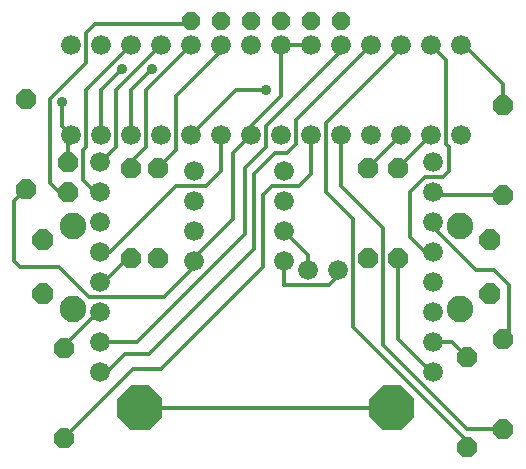
<source format=gbr>
G04 EAGLE Gerber RS-274X export*
G75*
%MOMM*%
%FSLAX34Y34*%
%LPD*%
%INBottom Copper*%
%IPPOS*%
%AMOC8*
5,1,8,0,0,1.08239X$1,22.5*%
G01*
%ADD10P,4.123906X8X202.500000*%
%ADD11C,1.676400*%
%ADD12P,1.924489X8X112.500000*%
%ADD13C,2.247900*%
%ADD14P,1.924489X8X292.500000*%
%ADD15P,1.814519X8X112.500000*%
%ADD16P,1.814519X8X292.500000*%
%ADD17P,1.649562X8X292.500000*%
%ADD18C,0.304800*%
%ADD19C,0.406400*%
%ADD20C,0.906400*%


D10*
X106680Y-119380D03*
X-106680Y-119380D03*
D11*
X-141000Y-88900D03*
X-141000Y-63500D03*
X-141000Y-38100D03*
X-141000Y-12700D03*
X-141000Y12700D03*
X-141000Y38100D03*
X-141000Y63500D03*
X-141000Y88900D03*
X141000Y88900D03*
X141000Y63500D03*
X141000Y38100D03*
X141000Y12700D03*
X141000Y-12700D03*
X141000Y-38100D03*
X141000Y-63500D03*
X141000Y-88900D03*
X35560Y-2540D03*
X60960Y-2540D03*
X-165100Y111760D03*
X-139700Y111760D03*
X-114300Y111760D03*
X-88900Y111760D03*
X-63500Y111760D03*
X-38100Y111760D03*
X-12700Y111760D03*
X12700Y111760D03*
X38100Y111760D03*
X63500Y111760D03*
X88900Y111760D03*
X114300Y111760D03*
X139700Y111760D03*
X165100Y111760D03*
X165100Y187960D03*
X139700Y187960D03*
X114300Y187960D03*
X88900Y187960D03*
X63500Y187960D03*
X38100Y187960D03*
X12700Y187960D03*
X-12700Y187960D03*
X-38100Y187960D03*
X-63500Y187960D03*
X-88900Y187960D03*
X-114300Y187960D03*
X-139700Y187960D03*
X-165100Y187960D03*
D12*
X188976Y-22606D03*
X188976Y22606D03*
D13*
X164084Y-35052D03*
X164084Y35052D03*
D14*
X-188976Y22606D03*
X-188976Y-22606D03*
D13*
X-164084Y35052D03*
X-164084Y-35052D03*
D15*
X-203200Y66040D03*
X-203200Y142240D03*
D11*
X15240Y5080D03*
X15240Y30480D03*
X-60960Y30480D03*
X-60960Y5080D03*
X15240Y55880D03*
X15240Y81280D03*
X-60960Y55880D03*
X-60960Y81280D03*
D15*
X-171232Y-144780D03*
X-171232Y-68580D03*
D16*
X86360Y83820D03*
X86360Y7620D03*
D15*
X170180Y-152400D03*
X170180Y-76200D03*
D16*
X111760Y83820D03*
X111760Y7620D03*
X-91440Y83820D03*
X-91440Y7620D03*
X-114300Y83820D03*
X-114300Y7620D03*
X200660Y137160D03*
X200660Y60960D03*
D15*
X200660Y-137160D03*
X200660Y-60960D03*
D17*
X63500Y208280D03*
X38100Y208280D03*
X12700Y208280D03*
X-12700Y208280D03*
X-38100Y208280D03*
X-63500Y208280D03*
D15*
X-167640Y63500D03*
X-167640Y88900D03*
D18*
X15240Y187960D02*
X38100Y187960D01*
X-12700Y119380D02*
X-12700Y111760D01*
X-12700Y119380D02*
X12700Y144780D01*
X12700Y185420D01*
X15240Y187960D01*
X-12700Y111760D02*
X-27940Y96520D01*
X-27940Y40640D01*
X-60960Y7620D01*
X-60960Y5080D01*
X-86360Y-25400D02*
X-149860Y-25400D01*
X-86360Y-25400D02*
X-63500Y-2540D01*
X-63500Y2540D01*
X-60960Y5080D01*
X-106680Y-119380D02*
X106680Y-119380D01*
X-106680Y-119380D02*
X-109220Y-116840D01*
X-213360Y55880D02*
X-203200Y66040D01*
X-213360Y55880D02*
X-213360Y5080D01*
X-208280Y0D01*
X-175260Y0D01*
X-149860Y-25400D01*
D19*
X12700Y187960D02*
X15240Y187960D01*
X12700Y190500D01*
D18*
X-167640Y109220D02*
X-167640Y88900D01*
X-167640Y109220D02*
X-165100Y111760D01*
X-172720Y119380D02*
X-172720Y139700D01*
X-172720Y119380D02*
X-165100Y111760D01*
D20*
X-172720Y139700D03*
D18*
X15240Y5080D02*
X15240Y-15240D01*
X53340Y-15240D01*
X60960Y-7620D01*
X60960Y-2540D01*
X35560Y10160D02*
X15240Y30480D01*
X35560Y10160D02*
X35560Y-2540D01*
X-127000Y149860D02*
X-88900Y187960D01*
X-139700Y88900D02*
X-141000Y88900D01*
X-127000Y101600D02*
X-127000Y149860D01*
X-127000Y101600D02*
X-139700Y88900D01*
X-152400Y149860D02*
X-114300Y187960D01*
X-152400Y149860D02*
X-152400Y101600D01*
X-154940Y99060D01*
X-154940Y73660D01*
X-144780Y63500D01*
X-141000Y63500D01*
X-38100Y81280D02*
X-38100Y111760D01*
X-50800Y68580D02*
X-76200Y68580D01*
X-50800Y68580D02*
X-38100Y81280D01*
X-76200Y68580D02*
X-132080Y12700D01*
X-141000Y12700D01*
X63500Y182880D02*
X63500Y187960D01*
X63500Y182880D02*
X0Y119380D01*
X0Y101600D01*
X-17780Y83820D01*
X-17780Y27940D01*
X-109220Y-63500D01*
X-141000Y-63500D02*
X-142240Y-63500D01*
X-141000Y-63500D02*
X-109220Y-63500D01*
X121920Y25400D02*
X121920Y63500D01*
X134620Y76200D01*
X149860Y76200D01*
X142240Y12700D02*
X141000Y12700D01*
X134620Y12700D02*
X121920Y25400D01*
X134620Y12700D02*
X141000Y12700D01*
X152400Y175260D02*
X139700Y187960D01*
X152400Y175260D02*
X152400Y104140D01*
X154940Y101600D01*
X154940Y81280D01*
X149860Y76200D01*
X88900Y187960D02*
X25400Y124460D01*
X25400Y104140D01*
X17780Y96520D01*
X7620Y96520D01*
X-10160Y78740D01*
X-10160Y15240D01*
X-99060Y-73660D01*
X-119380Y-73660D01*
X-134620Y-88900D01*
X-141000Y-88900D01*
X139700Y-88900D02*
X141000Y-88900D01*
X111760Y-60960D02*
X111760Y7620D01*
X111760Y-60960D02*
X139700Y-88900D01*
X157480Y-63500D02*
X170180Y-76200D01*
X157480Y-63500D02*
X141000Y-63500D01*
X200660Y-60960D02*
X205740Y-55880D01*
X205740Y-15240D01*
X193040Y-2540D01*
X177800Y-2540D01*
X141000Y34260D01*
X141000Y38100D01*
X144540Y60960D02*
X200660Y60960D01*
X144540Y60960D02*
X142000Y63500D01*
X141000Y63500D01*
X-137160Y-12700D02*
X-141000Y-12700D01*
X-116840Y7620D02*
X-114300Y7620D01*
X-116840Y7620D02*
X-137160Y-12700D01*
X-141000Y-38100D02*
X-142240Y-38100D01*
X-171232Y-67092D02*
X-171232Y-68580D01*
X-171232Y-67092D02*
X-142240Y-38100D01*
X-101600Y149860D02*
X-63500Y187960D01*
X-101600Y149860D02*
X-101600Y101600D01*
X-114300Y88900D01*
X-114300Y83820D01*
X-91440Y83820D02*
X-76200Y99060D01*
X-76200Y144780D01*
X-38100Y182880D01*
X-38100Y187960D01*
X114300Y111760D02*
X116840Y109220D01*
X111760Y109220D02*
X86360Y83820D01*
X111760Y109220D02*
X116840Y109220D01*
X139700Y111760D02*
X111760Y83820D01*
X139700Y111760D02*
X142240Y111760D01*
X165100Y187960D02*
X165100Y190500D01*
X200660Y154940D02*
X200660Y137160D01*
X200660Y154940D02*
X165100Y190500D01*
X170180Y-137160D02*
X200660Y-137160D01*
X170180Y-137160D02*
X99060Y-66040D01*
X99060Y33020D01*
X63500Y68580D01*
X63500Y111760D01*
X-112812Y-86360D02*
X-171232Y-144780D01*
X-112812Y-86360D02*
X-88900Y-86360D01*
X-2540Y0D01*
X-2540Y60960D01*
X5080Y68580D01*
X27940Y68580D01*
X38100Y78740D01*
X38100Y111760D01*
X170180Y-147320D02*
X170180Y-152400D01*
X170180Y-147320D02*
X73660Y-50800D01*
X73660Y40640D01*
X50800Y63500D01*
X50800Y121920D01*
X114300Y185420D01*
X114300Y187960D01*
X-114300Y149860D02*
X-114300Y111760D01*
X-114300Y149860D02*
X-96520Y167640D01*
D20*
X-96520Y167640D03*
D18*
X-139700Y149860D02*
X-139700Y111760D01*
X-139700Y149860D02*
X-121920Y167640D01*
D20*
X-121920Y167640D03*
D18*
X-182880Y71120D02*
X-172720Y60960D01*
X-182880Y71120D02*
X-182880Y142240D01*
X-152400Y172720D01*
X-152400Y198120D01*
X-144780Y205740D01*
X-66040Y205740D01*
X-63500Y208280D01*
X-170180Y60960D02*
X-172720Y60960D01*
X-170180Y60960D02*
X-167640Y63500D01*
D20*
X0Y149860D03*
D18*
X-25400Y149860D01*
X-63500Y111760D01*
M02*

</source>
